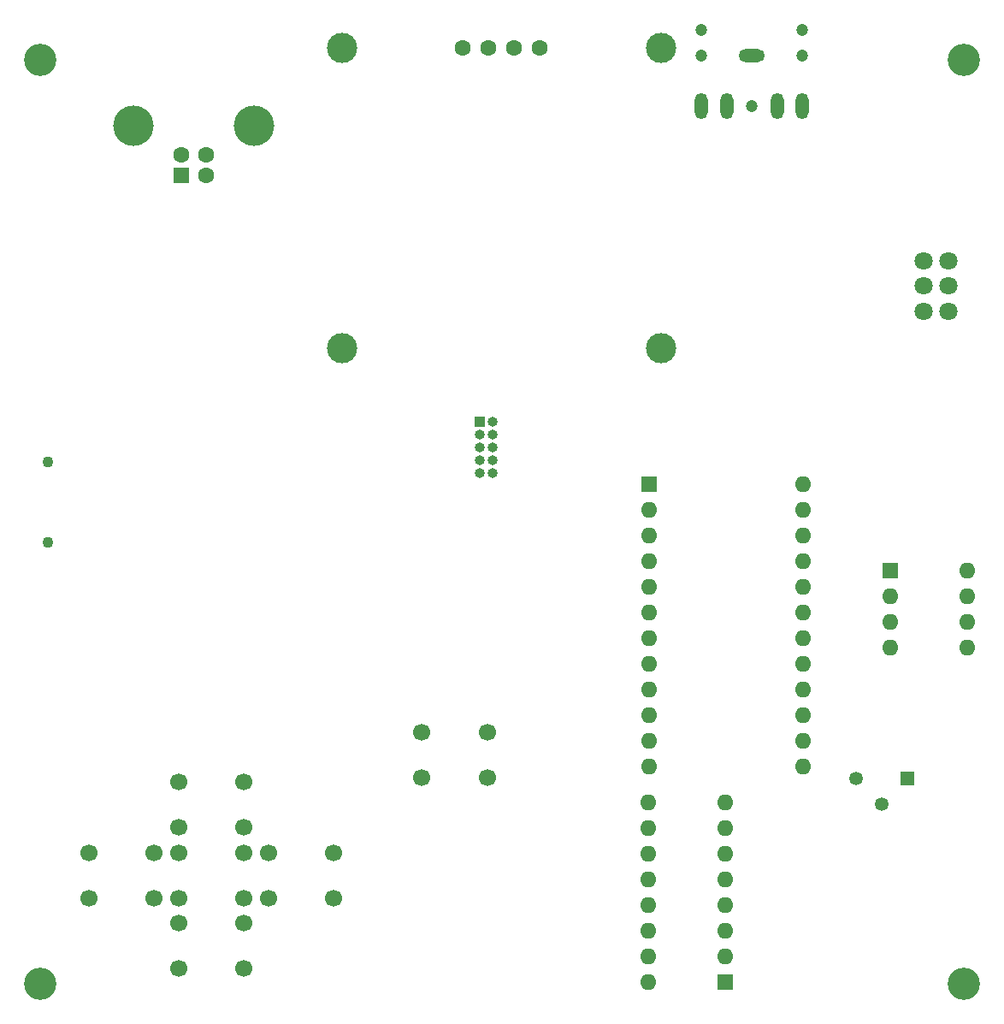
<source format=gbr>
G04 #@! TF.GenerationSoftware,KiCad,Pcbnew,(5.1.8)-1*
G04 #@! TF.CreationDate,2021-01-07T15:01:17-08:00*
G04 #@! TF.ProjectId,MegaBlaster2,4d656761-426c-4617-9374-6572322e6b69,rev?*
G04 #@! TF.SameCoordinates,Original*
G04 #@! TF.FileFunction,Soldermask,Bot*
G04 #@! TF.FilePolarity,Negative*
%FSLAX46Y46*%
G04 Gerber Fmt 4.6, Leading zero omitted, Abs format (unit mm)*
G04 Created by KiCad (PCBNEW (5.1.8)-1) date 2021-01-07 15:01:17*
%MOMM*%
%LPD*%
G01*
G04 APERTURE LIST*
%ADD10R,1.346200X1.346200*%
%ADD11C,1.346200*%
%ADD12R,1.600000X1.600000*%
%ADD13C,1.600000*%
%ADD14C,4.000000*%
%ADD15C,3.200000*%
%ADD16C,3.000000*%
%ADD17C,1.100000*%
%ADD18R,1.000000X1.000000*%
%ADD19O,1.000000X1.000000*%
%ADD20O,1.300000X2.600000*%
%ADD21O,2.600000X1.300000*%
%ADD22C,1.200000*%
%ADD23C,1.800000*%
%ADD24C,1.700000*%
%ADD25O,1.600000X1.600000*%
G04 APERTURE END LIST*
D10*
X173482000Y-116916200D03*
D11*
X170942000Y-119456200D03*
X168402000Y-116916200D03*
D12*
X101600000Y-57150000D03*
D13*
X104100000Y-57150000D03*
X104100000Y-55150000D03*
X101600000Y-55150000D03*
D14*
X108850000Y-52290000D03*
X96850000Y-52290000D03*
D15*
X179070000Y-137160000D03*
X87630000Y-137160000D03*
X179070000Y-45720000D03*
X87630000Y-45720000D03*
D16*
X117570000Y-44545000D03*
X117570000Y-74245000D03*
X149070000Y-44545000D03*
X149070000Y-74245000D03*
D13*
X129460000Y-44545000D03*
X132050000Y-44545000D03*
X134590000Y-44545000D03*
X137130000Y-44545000D03*
D17*
X88370000Y-93510000D03*
X88370000Y-85510000D03*
D18*
X131200000Y-81550000D03*
D19*
X132470000Y-81550000D03*
X131200000Y-82820000D03*
X132470000Y-82820000D03*
X131200000Y-84090000D03*
X132470000Y-84090000D03*
X131200000Y-85360000D03*
X132470000Y-85360000D03*
X131200000Y-86630000D03*
X132470000Y-86630000D03*
D20*
X153110000Y-50330000D03*
X163110000Y-50330000D03*
X160610000Y-50330000D03*
X155610000Y-50330000D03*
D21*
X158110000Y-45330000D03*
D22*
X158110000Y-50330000D03*
X163110000Y-45330000D03*
X163110000Y-42830000D03*
X153110000Y-45330000D03*
X153110000Y-42830000D03*
D23*
X177595001Y-65612000D03*
X177595001Y-68112000D03*
X177595001Y-70612000D03*
X175095001Y-65612000D03*
X175095001Y-68112000D03*
X175095001Y-70612000D03*
D24*
X125410000Y-112280000D03*
X131910000Y-112280000D03*
X125410000Y-116780000D03*
X131910000Y-116780000D03*
X98945000Y-128705000D03*
X92445000Y-128705000D03*
X98945000Y-124205000D03*
X92445000Y-124205000D03*
X101335000Y-131190000D03*
X107835000Y-131190000D03*
X101335000Y-135690000D03*
X107835000Y-135690000D03*
X116725000Y-128705000D03*
X110225000Y-128705000D03*
X116725000Y-124205000D03*
X110225000Y-124205000D03*
X101335000Y-117220000D03*
X107835000Y-117220000D03*
X101335000Y-121720000D03*
X107835000Y-121720000D03*
X107835000Y-128705000D03*
X101335000Y-128705000D03*
X107835000Y-124205000D03*
X101335000Y-124205000D03*
D12*
X171825000Y-96325000D03*
D25*
X179445000Y-103945000D03*
X171825000Y-98865000D03*
X179445000Y-101405000D03*
X171825000Y-101405000D03*
X179445000Y-98865000D03*
X171825000Y-103945000D03*
X179445000Y-96325000D03*
D12*
X147900000Y-87750000D03*
D25*
X163140000Y-115690000D03*
X147900000Y-90290000D03*
X163140000Y-113150000D03*
X147900000Y-92830000D03*
X163140000Y-110610000D03*
X147900000Y-95370000D03*
X163140000Y-108070000D03*
X147900000Y-97910000D03*
X163140000Y-105530000D03*
X147900000Y-100450000D03*
X163140000Y-102990000D03*
X147900000Y-102990000D03*
X163140000Y-100450000D03*
X147900000Y-105530000D03*
X163140000Y-97910000D03*
X147900000Y-108070000D03*
X163140000Y-95370000D03*
X147900000Y-110610000D03*
X163140000Y-92830000D03*
X147900000Y-113150000D03*
X163140000Y-90290000D03*
X147900000Y-115690000D03*
X163140000Y-87750000D03*
D12*
X155500000Y-137000000D03*
D25*
X147880000Y-119220000D03*
X155500000Y-134460000D03*
X147880000Y-121760000D03*
X155500000Y-131920000D03*
X147880000Y-124300000D03*
X155500000Y-129380000D03*
X147880000Y-126840000D03*
X155500000Y-126840000D03*
X147880000Y-129380000D03*
X155500000Y-124300000D03*
X147880000Y-131920000D03*
X155500000Y-121760000D03*
X147880000Y-134460000D03*
X155500000Y-119220000D03*
X147880000Y-137000000D03*
M02*

</source>
